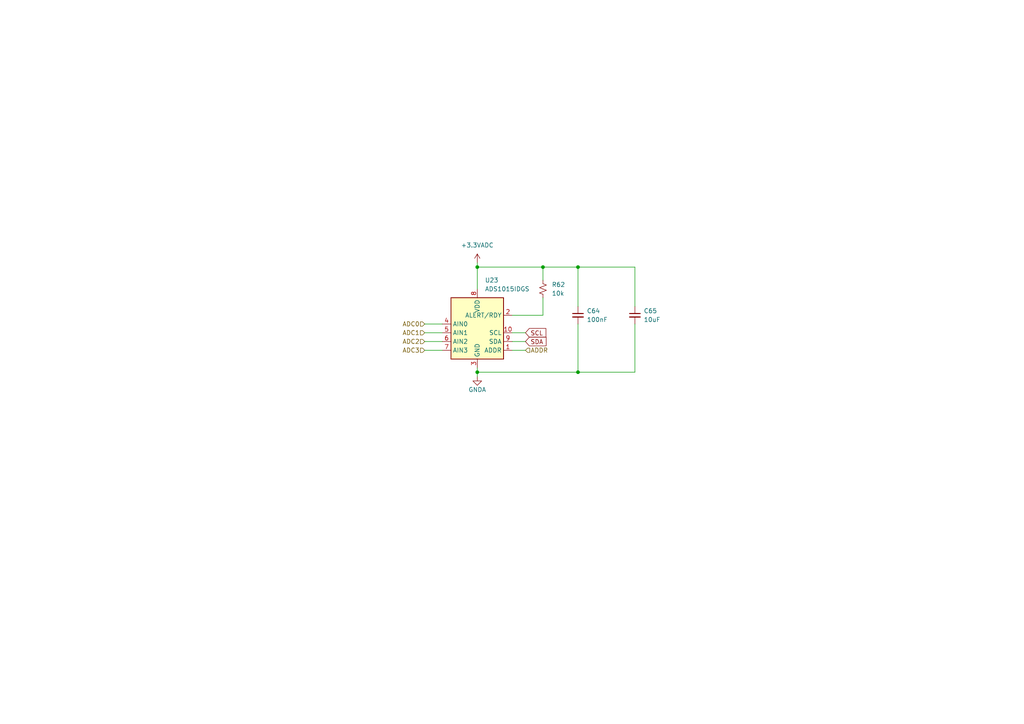
<source format=kicad_sch>
(kicad_sch (version 20231120) (generator "eeschema") (generator_version "8.0")
  (paper "A4")
  (title_block (title "FrothFET 8CH") (date "2024-08-21") (rev "D") (company "https://github.com/hoeken/frothfet"))
  (lib_symbols
    (symbol "Analog_ADC:ADS1015IDGS"
      (property "Reference" "U" (at 2.54 13.97 0))
      (property "Value" "ADS1015IDGS" (at 7.62 11.43 0))
      (symbol "ADS1015IDGS_0_1"
        (rectangle (start -7.62 10.16) (end 7.62 -7.62) (stroke (width 0.254)) (fill (type background)))
      )
      (symbol "ADS1015IDGS_1_1"
        (pin input line (at 10.16 -5.08 180) (length 2.54) (name "ADDR") (number "1"))
        (pin input line (at 10.16 0 180) (length 2.54) (name "SCL") (number "10"))
        (pin output line (at 10.16 5.08 180) (length 2.54) (name "ALERT/RDY") (number "2"))
        (pin power_in line (at 0 -10.16 90) (length 2.54) (name "GND") (number "3"))
        (pin input line (at -10.16 2.54 0) (length 2.54) (name "AIN0") (number "4"))
        (pin input line (at -10.16 0 0) (length 2.54) (name "AIN1") (number "5"))
        (pin input line (at -10.16 -2.54 0) (length 2.54) (name "AIN2") (number "6"))
        (pin input line (at -10.16 -5.08 0) (length 2.54) (name "AIN3") (number "7"))
        (pin power_in line (at 0 12.7 270) (length 2.54) (name "VDD") (number "8"))
        (pin bidirectional line (at 10.16 -2.54 180) (length 2.54) (name "SDA") (number "9"))
      )
    )
    (symbol "Device:C_Small" (pin_numbers hide) (pin_names (offset 0.254) hide)
      (property "Reference" "C" (at 0.254 1.778 0))
      (property "Value" "C_Small" (at 0.254 -2.032 0))
      (symbol "C_Small_0_1"
        (polyline (pts (xy -1.524 -0.508) (xy 1.524 -0.508)) (stroke (width 0.3302)))
        (polyline (pts (xy -1.524 0.508) (xy 1.524 0.508)) (stroke (width 0.3048)))
      )
      (symbol "C_Small_1_1"
        (pin passive line (at 0 2.54 270) (length 2.032) (name "~") (number "1"))
        (pin passive line (at 0 -2.54 90) (length 2.032) (name "~") (number "2"))
      )
    )
    (symbol "Device:R_Small_US" (pin_numbers hide) (pin_names (offset 0.254) hide)
      (property "Reference" "R" (at 0.762 0.508 0))
      (property "Value" "R_Small_US" (at 0.762 -1.016 0))
      (symbol "R_Small_US_1_1"
        (polyline (pts (xy 0 0) (xy 1.016 -0.381) (xy 0 -0.762) (xy -1.016 -1.143) (xy 0 -1.524)))
        (polyline (pts (xy 0 1.524) (xy 1.016 1.143) (xy 0 0.762) (xy -1.016 0.381) (xy 0 0)))
        (pin passive line (at 0 2.54 270) (length 1.016) (name "~") (number "1"))
        (pin passive line (at 0 -2.54 90) (length 1.016) (name "~") (number "2"))
      )
    )
    (symbol "power:+3.3VADC" (power) (pin_numbers hide) (pin_names (offset 0) hide)
      (property "Value" "+3.3VADC" (at 0 3.556 0))
      (symbol "+3.3VADC_0_0"
        (pin power_in line (at 0 0 90) (length 0) (name "~") (number "1"))
      )
      (symbol "+3.3VADC_0_1"
        (polyline (pts (xy -0.762 1.27) (xy 0 2.54)))
        (polyline (pts (xy 0 0) (xy 0 2.54)))
        (polyline (pts (xy 0 2.54) (xy 0.762 1.27)))
      )
    )
    (symbol "power:GNDA" (power) (pin_numbers hide) (pin_names (offset 0) hide)
      (property "Value" "GNDA" (at 0 -3.81 0))
      (symbol "GNDA_0_1"
        (polyline (pts (xy 0 0) (xy 0 -1.27) (xy 1.27 -1.27) (xy 0 -2.54) (xy -1.27 -1.27) (xy 0 -1.27)))
      )
      (symbol "GNDA_1_1"
        (pin power_in line (at 0 0 270) (length 0) (name "~") (number "1"))
      )
    )
  )
  (junction (at 157.48 77.47))
  (junction (at 138.43 77.47))
  (junction (at 138.43 107.95))
  (junction (at 167.64 77.47))
  (junction (at 167.64 107.95))
  (wire (pts (xy 138.43 77.47) (xy 138.43 83.82)))
  (wire (pts (xy 123.19 101.6) (xy 128.27 101.6)))
  (wire (pts (xy 184.15 93.98) (xy 184.15 107.95)))
  (wire (pts (xy 167.64 77.47) (xy 184.15 77.47)))
  (wire (pts (xy 123.19 99.06) (xy 128.27 99.06)))
  (wire (pts (xy 157.48 91.44) (xy 157.48 86.36)))
  (wire (pts (xy 138.43 106.68) (xy 138.43 107.95)))
  (wire (pts (xy 148.59 99.06) (xy 152.4 99.06)))
  (wire (pts (xy 148.59 96.52) (xy 152.4 96.52)))
  (wire (pts (xy 138.43 77.47) (xy 157.48 77.47)))
  (wire (pts (xy 123.19 93.98) (xy 128.27 93.98)))
  (wire (pts (xy 184.15 77.47) (xy 184.15 88.9)))
  (wire (pts (xy 138.43 107.95) (xy 138.43 109.22)))
  (wire (pts (xy 123.19 96.52) (xy 128.27 96.52)))
  (wire (pts (xy 184.15 107.95) (xy 167.64 107.95)))
  (wire (pts (xy 148.59 91.44) (xy 157.48 91.44)))
  (wire (pts (xy 167.64 93.98) (xy 167.64 107.95)))
  (wire (pts (xy 167.64 77.47) (xy 167.64 88.9)))
  (wire (pts (xy 148.59 101.6) (xy 152.4 101.6)))
  (wire (pts (xy 157.48 77.47) (xy 157.48 81.28)))
  (wire (pts (xy 157.48 77.47) (xy 167.64 77.47)))
  (wire (pts (xy 138.43 76.2) (xy 138.43 77.47)))
  (wire (pts (xy 167.64 107.95) (xy 138.43 107.95)))
  (global_label "SDA" (shape input) (at 152.4 99.06 0) (property "Intersheetrefs" "${INTERSHEET_REFS}" (effects (hide yes))))
  (global_label "SCL" (shape input) (at 152.4 96.52 0) (property "Intersheetrefs" "${INTERSHEET_REFS}" (effects (hide yes))))
  (hierarchical_label "ADC2" (shape input) (at 123.19 99.06 180))
  (hierarchical_label "ADDR" (shape input) (at 152.4 101.6 0))
  (hierarchical_label "ADC3" (shape input) (at 123.19 101.6 180))
  (hierarchical_label "ADC1" (shape input) (at 123.19 96.52 180))
  (hierarchical_label "ADC0" (shape input) (at 123.19 93.98 180))
  (symbol (lib_id "Device:C_Small") (at 167.64 91.44 0) (unit 1)
    (property "Reference" "C64" (at 170.18 90.1763 0) (effects (justify left)))
    (property "Value" "100nF" (at 170.18 92.7163 0) (effects (justify left)))
    (property "Footprint" "Capacitor_SMD:C_0805_2012Metric_Pad1.18x1.45mm_HandSolder" (effects (hide yes)))
    (property "LCSC" "C49678" (effects (hide yes)))
    (instances (project "8ch-mosfet" (path "" (reference "C64") (unit 1)) (path "" (reference "C62") (unit 1))))
  )
  (symbol (lib_id "Analog_ADC:ADS1015IDGS") (at 138.43 96.52 0) (unit 1)
    (property "Reference" "U23" (at 140.6241 81.28 0) (effects (justify left)))
    (property "Value" "ADS1015IDGS" (at 140.6241 83.82 0) (effects (justify left)))
    (property "Footprint" "Package_SO:TSSOP-10_3x3mm_P0.5mm" (effects (hide yes)))
    (property "Datasheet" "http://www.ti.com/lit/ds/symlink/ads1015.pdf" (effects (hide yes)))
    (property "Description" "Ultra-Small, Low-Power, I2C-Compatible, 3.3-kSPS, 12-Bit ADCs With Internal Reference, Oscillator, and Programmable Comparator, VSSOP-10" (effects (hide yes)))
    (property "LCSC" "C193969" (effects (hide yes)))
    (instances (project "8ch-mosfet" (path "" (reference "U23") (unit 1)) (path "" (reference "U22") (unit 1))))
  )
  (symbol (lib_id "Device:C_Small") (at 184.15 91.44 0) (unit 1)
    (property "Reference" "C65" (at 186.69 90.1763 0) (effects (justify left)))
    (property "Value" "10uF" (at 186.69 92.7163 0) (effects (justify left)))
    (property "Footprint" "Capacitor_SMD:C_0805_2012Metric_Pad1.18x1.45mm_HandSolder" (effects (hide yes)))
    (property "LCSC" "C1952580" (effects (hide yes)))
    (instances (project "frothfet-12ch" (path "" (reference "C65") (unit 1)) (path "" (reference "C63") (unit 1))))
  )
  (symbol (lib_id "Device:R_Small_US") (at 157.48 83.82 180) (unit 1)
    (property "Reference" "R62" (at 160.02 82.55 0) (effects (justify right)))
    (property "Value" "10k" (at 160.02 85.09 0) (effects (justify right)))
    (property "Footprint" "Resistor_SMD:R_0805_2012Metric_Pad1.20x1.40mm_HandSolder" (effects (hide yes)))
    (property "LCSC" "C84376" (effects (hide yes)))
    (instances (project "8ch-mosfet" (path "" (reference "R62") (unit 1)) (path "" (reference "R61") (unit 1))))
  )
  (symbol (lib_id "power:GNDA") (at 138.43 109.22 0) (unit 1)
    (property "Reference" "#PWR080" (effects (hide yes)))
    (property "Value" "GNDA" (at 138.43 113.03 0))
    (property "Description" "Power symbol creates a global label with name \"GNDA\" , analog ground" (effects (hide yes)))
    (instances (project "8ch-mosfet" (path "" (reference "#PWR080") (unit 1)) (path "" (reference "#PWR078") (unit 1))))
  )
  (symbol (lib_id "power:+3.3VADC") (at 138.43 76.2 0) (unit 1)
    (property "Reference" "#PWR079" (effects (hide yes)))
    (property "Value" "+3.3VADC" (at 138.43 71.12 0))
    (property "Description" "Power symbol creates a global label with name \"+3.3VADC\"" (effects (hide yes)))
    (instances (project "frothfet" (path "" (reference "#PWR079") (unit 1)) (path "" (reference "#PWR077") (unit 1))))
  )
)
</source>
